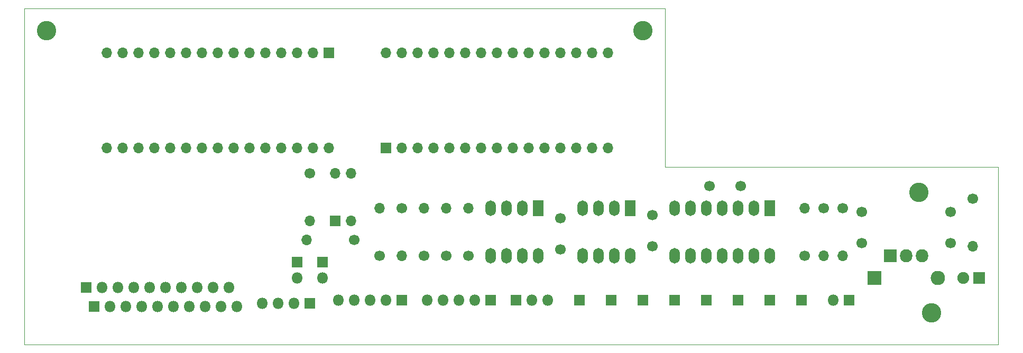
<source format=gbr>
%TF.GenerationSoftware,KiCad,Pcbnew,(5.1.6)-1*%
%TF.CreationDate,2020-09-07T22:38:35-04:00*%
%TF.ProjectId,FATARMATRIXPCBBOARD,46415441-524d-4415-9452-495850434242,rev?*%
%TF.SameCoordinates,Original*%
%TF.FileFunction,Soldermask,Bot*%
%TF.FilePolarity,Negative*%
%FSLAX46Y46*%
G04 Gerber Fmt 4.6, Leading zero omitted, Abs format (unit mm)*
G04 Created by KiCad (PCBNEW (5.1.6)-1) date 2020-09-07 22:38:35*
%MOMM*%
%LPD*%
G01*
G04 APERTURE LIST*
%TA.AperFunction,Profile*%
%ADD10C,0.050000*%
%TD*%
%ADD11O,1.700000X1.700000*%
%ADD12R,1.700000X1.700000*%
%ADD13O,1.800000X1.800000*%
%ADD14R,1.800000X1.800000*%
%ADD15C,3.100000*%
%ADD16O,1.700000X2.500000*%
%ADD17R,1.700000X2.500000*%
%ADD18C,1.700000*%
%ADD19O,2.005000X2.100000*%
%ADD20R,2.005000X2.100000*%
%ADD21C,1.900000*%
%ADD22R,1.900000X1.900000*%
%ADD23O,2.300000X2.300000*%
%ADD24R,2.300000X2.300000*%
G04 APERTURE END LIST*
D10*
X57404000Y-111760000D02*
X57404000Y-165608000D01*
X160020000Y-111760000D02*
X57404000Y-111760000D01*
X160020000Y-114300000D02*
X160020000Y-111760000D01*
X160020000Y-137160000D02*
X160020000Y-114300000D01*
X213360000Y-137160000D02*
X160020000Y-137160000D01*
X213360000Y-165608000D02*
X213360000Y-137160000D01*
X57404000Y-165608000D02*
X213360000Y-165608000D01*
D11*
%TO.C,A2*%
X70612000Y-134112000D03*
X70612000Y-118872000D03*
X106172000Y-134112000D03*
X73152000Y-118872000D03*
X103632000Y-134112000D03*
X75692000Y-118872000D03*
X101092000Y-134112000D03*
X78232000Y-118872000D03*
X98552000Y-134112000D03*
X80772000Y-118872000D03*
X96012000Y-134112000D03*
X83312000Y-118872000D03*
X93472000Y-134112000D03*
X85852000Y-118872000D03*
X90932000Y-134112000D03*
X88392000Y-118872000D03*
X88392000Y-134112000D03*
X90932000Y-118872000D03*
X85852000Y-134112000D03*
X93472000Y-118872000D03*
X83312000Y-134112000D03*
X96012000Y-118872000D03*
X80772000Y-134112000D03*
X98552000Y-118872000D03*
X78232000Y-134112000D03*
X101092000Y-118872000D03*
X75692000Y-134112000D03*
X103632000Y-118872000D03*
X73152000Y-134112000D03*
D12*
X106172000Y-118872000D03*
%TD*%
D13*
%TO.C,J17*%
X105156000Y-154940000D03*
D14*
X105156000Y-152400000D03*
%TD*%
D13*
%TO.C,J16*%
X101092000Y-154940000D03*
D14*
X101092000Y-152400000D03*
%TD*%
D15*
%TO.C,H4*%
X60960000Y-115316000D03*
%TD*%
%TO.C,H3*%
X156464000Y-115316000D03*
%TD*%
%TO.C,H2*%
X202692000Y-160528000D03*
%TD*%
%TO.C,H1*%
X200660000Y-141224000D03*
%TD*%
D14*
%TO.C,J15*%
X181864000Y-158496000D03*
%TD*%
%TO.C,J12*%
X166624000Y-158496000D03*
%TD*%
%TO.C,J11*%
X171704000Y-158496000D03*
%TD*%
%TO.C,J10*%
X161544000Y-158496000D03*
%TD*%
%TO.C,J9*%
X176784000Y-158496000D03*
%TD*%
%TO.C,J8*%
X156464000Y-158496000D03*
%TD*%
%TO.C,J7*%
X151384000Y-158496000D03*
%TD*%
%TO.C,J6*%
X146304000Y-158496000D03*
%TD*%
D13*
%TO.C,J14*%
X91440000Y-159512000D03*
X88900000Y-159512000D03*
X86360000Y-159512000D03*
X83820000Y-159512000D03*
X81280000Y-159512000D03*
X78740000Y-159512000D03*
X76200000Y-159512000D03*
X73660000Y-159512000D03*
X71120000Y-159512000D03*
D14*
X68580000Y-159512000D03*
%TD*%
D13*
%TO.C,J2*%
X90170000Y-156464000D03*
X87630000Y-156464000D03*
X85090000Y-156464000D03*
X82550000Y-156464000D03*
X80010000Y-156464000D03*
X77470000Y-156464000D03*
X74930000Y-156464000D03*
X72390000Y-156464000D03*
X69850000Y-156464000D03*
D14*
X67310000Y-156464000D03*
%TD*%
D11*
%TO.C,A1*%
X150876000Y-118872000D03*
X150876000Y-134112000D03*
X115316000Y-118872000D03*
X148336000Y-134112000D03*
X117856000Y-118872000D03*
X145796000Y-134112000D03*
X120396000Y-118872000D03*
X143256000Y-134112000D03*
X122936000Y-118872000D03*
X140716000Y-134112000D03*
X125476000Y-118872000D03*
X138176000Y-134112000D03*
X128016000Y-118872000D03*
X135636000Y-134112000D03*
X130556000Y-118872000D03*
X133096000Y-134112000D03*
X133096000Y-118872000D03*
X130556000Y-134112000D03*
X135636000Y-118872000D03*
X128016000Y-134112000D03*
X138176000Y-118872000D03*
X125476000Y-134112000D03*
X140716000Y-118872000D03*
X122936000Y-134112000D03*
X143256000Y-118872000D03*
X120396000Y-134112000D03*
X145796000Y-118872000D03*
X117856000Y-134112000D03*
X148336000Y-118872000D03*
D12*
X115316000Y-134112000D03*
%TD*%
D16*
%TO.C,U1*%
X154432000Y-151384000D03*
X146812000Y-143764000D03*
X151892000Y-151384000D03*
X149352000Y-143764000D03*
X149352000Y-151384000D03*
X151892000Y-143764000D03*
X146812000Y-151384000D03*
D17*
X154432000Y-143764000D03*
%TD*%
D16*
%TO.C,U4*%
X176784000Y-151384000D03*
X161544000Y-143764000D03*
X174244000Y-151384000D03*
X164084000Y-143764000D03*
X171704000Y-151384000D03*
X166624000Y-143764000D03*
X169164000Y-151384000D03*
X169164000Y-143764000D03*
X166624000Y-151384000D03*
X171704000Y-143764000D03*
X164084000Y-151384000D03*
X174244000Y-143764000D03*
X161544000Y-151384000D03*
D17*
X176784000Y-143764000D03*
%TD*%
D11*
%TO.C,R8*%
X182372000Y-143764000D03*
D18*
X182372000Y-151384000D03*
%TD*%
%TO.C,C5*%
X172132000Y-140208000D03*
X167132000Y-140208000D03*
%TD*%
D19*
%TO.C,U6*%
X201168000Y-151384000D03*
X198628000Y-151384000D03*
D20*
X196088000Y-151384000D03*
%TD*%
D11*
%TO.C,U3*%
X107188000Y-138176000D03*
X109728000Y-145796000D03*
X109728000Y-138176000D03*
D12*
X107188000Y-145796000D03*
%TD*%
D16*
%TO.C,U2*%
X139700000Y-151384000D03*
X132080000Y-143764000D03*
X137160000Y-151384000D03*
X134620000Y-143764000D03*
X134620000Y-151384000D03*
X137160000Y-143764000D03*
X132080000Y-151384000D03*
D17*
X139700000Y-143764000D03*
%TD*%
D11*
%TO.C,R11*%
X209296000Y-149860000D03*
D18*
X209296000Y-142240000D03*
%TD*%
D11*
%TO.C,R10*%
X117856000Y-151384000D03*
D18*
X117856000Y-143764000D03*
%TD*%
D11*
%TO.C,R9*%
X114300000Y-143764000D03*
D18*
X114300000Y-151384000D03*
%TD*%
D11*
%TO.C,R7*%
X185420000Y-151384000D03*
D18*
X185420000Y-143764000D03*
%TD*%
D11*
%TO.C,R6*%
X188468000Y-151384000D03*
D18*
X188468000Y-143764000D03*
%TD*%
D11*
%TO.C,R5*%
X103124000Y-145796000D03*
D18*
X103124000Y-138176000D03*
%TD*%
D11*
%TO.C,R4*%
X121412000Y-143764000D03*
D18*
X121412000Y-151384000D03*
%TD*%
D11*
%TO.C,R3*%
X124968000Y-143764000D03*
D18*
X124968000Y-151384000D03*
%TD*%
D11*
%TO.C,R2*%
X128524000Y-143764000D03*
D18*
X128524000Y-151384000D03*
%TD*%
D11*
%TO.C,R1*%
X102616000Y-148844000D03*
D18*
X110236000Y-148844000D03*
%TD*%
D13*
%TO.C,J13*%
X95504000Y-159004000D03*
X98044000Y-159004000D03*
X100584000Y-159004000D03*
D14*
X103124000Y-159004000D03*
%TD*%
D13*
%TO.C,J5*%
X186944000Y-158496000D03*
D14*
X189484000Y-158496000D03*
%TD*%
D13*
%TO.C,J4*%
X121920000Y-158496000D03*
X124460000Y-158496000D03*
X127000000Y-158496000D03*
X129540000Y-158496000D03*
D14*
X132080000Y-158496000D03*
%TD*%
D13*
%TO.C,J3*%
X141224000Y-158496000D03*
X138684000Y-158496000D03*
D14*
X136144000Y-158496000D03*
%TD*%
D13*
%TO.C,J1*%
X107696000Y-158496000D03*
X110236000Y-158496000D03*
X112776000Y-158496000D03*
X115316000Y-158496000D03*
D14*
X117856000Y-158496000D03*
%TD*%
D21*
%TO.C,D3*%
X207772000Y-154940000D03*
D22*
X210312000Y-154940000D03*
%TD*%
D23*
%TO.C,D2*%
X203708000Y-154940000D03*
D24*
X193548000Y-154940000D03*
%TD*%
D18*
%TO.C,C4*%
X205740000Y-144352000D03*
X205740000Y-149352000D03*
%TD*%
%TO.C,C3*%
X191516000Y-144352000D03*
X191516000Y-149352000D03*
%TD*%
%TO.C,C2*%
X143256000Y-150368000D03*
X143256000Y-145368000D03*
%TD*%
%TO.C,C1*%
X157988000Y-144860000D03*
X157988000Y-149860000D03*
%TD*%
M02*

</source>
